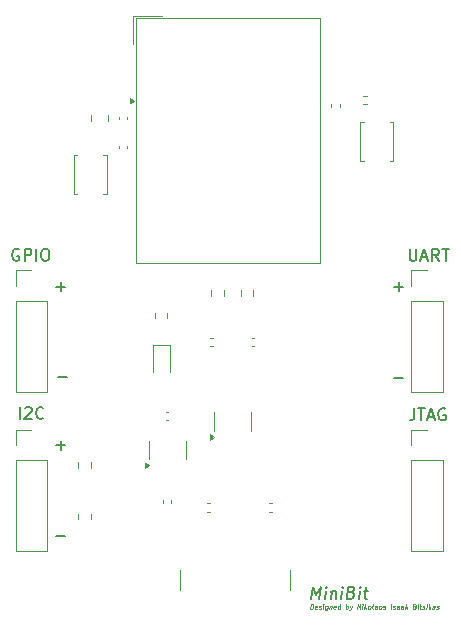
<source format=gbr>
%TF.GenerationSoftware,KiCad,Pcbnew,8.0.6*%
%TF.CreationDate,2024-11-08T16:37:23+02:00*%
%TF.ProjectId,MiniBit,4d696e69-4269-4742-9e6b-696361645f70,1.0*%
%TF.SameCoordinates,Original*%
%TF.FileFunction,Legend,Top*%
%TF.FilePolarity,Positive*%
%FSLAX46Y46*%
G04 Gerber Fmt 4.6, Leading zero omitted, Abs format (unit mm)*
G04 Created by KiCad (PCBNEW 8.0.6) date 2024-11-08 16:37:23*
%MOMM*%
%LPD*%
G01*
G04 APERTURE LIST*
%ADD10C,0.200000*%
%ADD11C,0.100000*%
%ADD12C,0.120000*%
G04 APERTURE END LIST*
D10*
X130269673Y-98767219D02*
X130269673Y-97767219D01*
X130698244Y-97862457D02*
X130745863Y-97814838D01*
X130745863Y-97814838D02*
X130841101Y-97767219D01*
X130841101Y-97767219D02*
X131079196Y-97767219D01*
X131079196Y-97767219D02*
X131174434Y-97814838D01*
X131174434Y-97814838D02*
X131222053Y-97862457D01*
X131222053Y-97862457D02*
X131269672Y-97957695D01*
X131269672Y-97957695D02*
X131269672Y-98052933D01*
X131269672Y-98052933D02*
X131222053Y-98195790D01*
X131222053Y-98195790D02*
X130650625Y-98767219D01*
X130650625Y-98767219D02*
X131269672Y-98767219D01*
X132269672Y-98671980D02*
X132222053Y-98719600D01*
X132222053Y-98719600D02*
X132079196Y-98767219D01*
X132079196Y-98767219D02*
X131983958Y-98767219D01*
X131983958Y-98767219D02*
X131841101Y-98719600D01*
X131841101Y-98719600D02*
X131745863Y-98624361D01*
X131745863Y-98624361D02*
X131698244Y-98529123D01*
X131698244Y-98529123D02*
X131650625Y-98338647D01*
X131650625Y-98338647D02*
X131650625Y-98195790D01*
X131650625Y-98195790D02*
X131698244Y-98005314D01*
X131698244Y-98005314D02*
X131745863Y-97910076D01*
X131745863Y-97910076D02*
X131841101Y-97814838D01*
X131841101Y-97814838D02*
X131983958Y-97767219D01*
X131983958Y-97767219D02*
X132079196Y-97767219D01*
X132079196Y-97767219D02*
X132222053Y-97814838D01*
X132222053Y-97814838D02*
X132269672Y-97862457D01*
X133369673Y-108686266D02*
X134131578Y-108686266D01*
X130193482Y-84414838D02*
X130098244Y-84367219D01*
X130098244Y-84367219D02*
X129955387Y-84367219D01*
X129955387Y-84367219D02*
X129812530Y-84414838D01*
X129812530Y-84414838D02*
X129717292Y-84510076D01*
X129717292Y-84510076D02*
X129669673Y-84605314D01*
X129669673Y-84605314D02*
X129622054Y-84795790D01*
X129622054Y-84795790D02*
X129622054Y-84938647D01*
X129622054Y-84938647D02*
X129669673Y-85129123D01*
X129669673Y-85129123D02*
X129717292Y-85224361D01*
X129717292Y-85224361D02*
X129812530Y-85319600D01*
X129812530Y-85319600D02*
X129955387Y-85367219D01*
X129955387Y-85367219D02*
X130050625Y-85367219D01*
X130050625Y-85367219D02*
X130193482Y-85319600D01*
X130193482Y-85319600D02*
X130241101Y-85271980D01*
X130241101Y-85271980D02*
X130241101Y-84938647D01*
X130241101Y-84938647D02*
X130050625Y-84938647D01*
X130669673Y-85367219D02*
X130669673Y-84367219D01*
X130669673Y-84367219D02*
X131050625Y-84367219D01*
X131050625Y-84367219D02*
X131145863Y-84414838D01*
X131145863Y-84414838D02*
X131193482Y-84462457D01*
X131193482Y-84462457D02*
X131241101Y-84557695D01*
X131241101Y-84557695D02*
X131241101Y-84700552D01*
X131241101Y-84700552D02*
X131193482Y-84795790D01*
X131193482Y-84795790D02*
X131145863Y-84843409D01*
X131145863Y-84843409D02*
X131050625Y-84891028D01*
X131050625Y-84891028D02*
X130669673Y-84891028D01*
X131669673Y-85367219D02*
X131669673Y-84367219D01*
X132336339Y-84367219D02*
X132526815Y-84367219D01*
X132526815Y-84367219D02*
X132622053Y-84414838D01*
X132622053Y-84414838D02*
X132717291Y-84510076D01*
X132717291Y-84510076D02*
X132764910Y-84700552D01*
X132764910Y-84700552D02*
X132764910Y-85033885D01*
X132764910Y-85033885D02*
X132717291Y-85224361D01*
X132717291Y-85224361D02*
X132622053Y-85319600D01*
X132622053Y-85319600D02*
X132526815Y-85367219D01*
X132526815Y-85367219D02*
X132336339Y-85367219D01*
X132336339Y-85367219D02*
X132241101Y-85319600D01*
X132241101Y-85319600D02*
X132145863Y-85224361D01*
X132145863Y-85224361D02*
X132098244Y-85033885D01*
X132098244Y-85033885D02*
X132098244Y-84700552D01*
X132098244Y-84700552D02*
X132145863Y-84510076D01*
X132145863Y-84510076D02*
X132241101Y-84414838D01*
X132241101Y-84414838D02*
X132336339Y-84367219D01*
X161969673Y-87586266D02*
X162731578Y-87586266D01*
X162350625Y-87967219D02*
X162350625Y-87205314D01*
X133369673Y-87586266D02*
X134131578Y-87586266D01*
X133750625Y-87967219D02*
X133750625Y-87205314D01*
X133369673Y-100986266D02*
X134131578Y-100986266D01*
X133750625Y-101367219D02*
X133750625Y-100605314D01*
X154963720Y-113967219D02*
X155088720Y-112967219D01*
X155088720Y-112967219D02*
X155332768Y-113681504D01*
X155332768Y-113681504D02*
X155755387Y-112967219D01*
X155755387Y-112967219D02*
X155630387Y-113967219D01*
X156106577Y-113967219D02*
X156189911Y-113300552D01*
X156231577Y-112967219D02*
X156178006Y-113014838D01*
X156178006Y-113014838D02*
X156219673Y-113062457D01*
X156219673Y-113062457D02*
X156273244Y-113014838D01*
X156273244Y-113014838D02*
X156231577Y-112967219D01*
X156231577Y-112967219D02*
X156219673Y-113062457D01*
X156666101Y-113300552D02*
X156582767Y-113967219D01*
X156654196Y-113395790D02*
X156707767Y-113348171D01*
X156707767Y-113348171D02*
X156808958Y-113300552D01*
X156808958Y-113300552D02*
X156951815Y-113300552D01*
X156951815Y-113300552D02*
X157041101Y-113348171D01*
X157041101Y-113348171D02*
X157076815Y-113443409D01*
X157076815Y-113443409D02*
X157011339Y-113967219D01*
X157487529Y-113967219D02*
X157570863Y-113300552D01*
X157612529Y-112967219D02*
X157558958Y-113014838D01*
X157558958Y-113014838D02*
X157600625Y-113062457D01*
X157600625Y-113062457D02*
X157654196Y-113014838D01*
X157654196Y-113014838D02*
X157612529Y-112967219D01*
X157612529Y-112967219D02*
X157600625Y-113062457D01*
X158362529Y-113443409D02*
X158499434Y-113491028D01*
X158499434Y-113491028D02*
X158541100Y-113538647D01*
X158541100Y-113538647D02*
X158576815Y-113633885D01*
X158576815Y-113633885D02*
X158558957Y-113776742D01*
X158558957Y-113776742D02*
X158499434Y-113871980D01*
X158499434Y-113871980D02*
X158445862Y-113919600D01*
X158445862Y-113919600D02*
X158344672Y-113967219D01*
X158344672Y-113967219D02*
X157963719Y-113967219D01*
X157963719Y-113967219D02*
X158088719Y-112967219D01*
X158088719Y-112967219D02*
X158422053Y-112967219D01*
X158422053Y-112967219D02*
X158511338Y-113014838D01*
X158511338Y-113014838D02*
X158553005Y-113062457D01*
X158553005Y-113062457D02*
X158588719Y-113157695D01*
X158588719Y-113157695D02*
X158576815Y-113252933D01*
X158576815Y-113252933D02*
X158517291Y-113348171D01*
X158517291Y-113348171D02*
X158463719Y-113395790D01*
X158463719Y-113395790D02*
X158362529Y-113443409D01*
X158362529Y-113443409D02*
X158029196Y-113443409D01*
X158963719Y-113967219D02*
X159047053Y-113300552D01*
X159088719Y-112967219D02*
X159035148Y-113014838D01*
X159035148Y-113014838D02*
X159076815Y-113062457D01*
X159076815Y-113062457D02*
X159130386Y-113014838D01*
X159130386Y-113014838D02*
X159088719Y-112967219D01*
X159088719Y-112967219D02*
X159076815Y-113062457D01*
X159380386Y-113300552D02*
X159761338Y-113300552D01*
X159564909Y-112967219D02*
X159457767Y-113824361D01*
X159457767Y-113824361D02*
X159493481Y-113919600D01*
X159493481Y-113919600D02*
X159582767Y-113967219D01*
X159582767Y-113967219D02*
X159678005Y-113967219D01*
X163655387Y-97867219D02*
X163655387Y-98581504D01*
X163655387Y-98581504D02*
X163607768Y-98724361D01*
X163607768Y-98724361D02*
X163512530Y-98819600D01*
X163512530Y-98819600D02*
X163369673Y-98867219D01*
X163369673Y-98867219D02*
X163274435Y-98867219D01*
X163988721Y-97867219D02*
X164560149Y-97867219D01*
X164274435Y-98867219D02*
X164274435Y-97867219D01*
X164845864Y-98581504D02*
X165322054Y-98581504D01*
X164750626Y-98867219D02*
X165083959Y-97867219D01*
X165083959Y-97867219D02*
X165417292Y-98867219D01*
X166274435Y-97914838D02*
X166179197Y-97867219D01*
X166179197Y-97867219D02*
X166036340Y-97867219D01*
X166036340Y-97867219D02*
X165893483Y-97914838D01*
X165893483Y-97914838D02*
X165798245Y-98010076D01*
X165798245Y-98010076D02*
X165750626Y-98105314D01*
X165750626Y-98105314D02*
X165703007Y-98295790D01*
X165703007Y-98295790D02*
X165703007Y-98438647D01*
X165703007Y-98438647D02*
X165750626Y-98629123D01*
X165750626Y-98629123D02*
X165798245Y-98724361D01*
X165798245Y-98724361D02*
X165893483Y-98819600D01*
X165893483Y-98819600D02*
X166036340Y-98867219D01*
X166036340Y-98867219D02*
X166131578Y-98867219D01*
X166131578Y-98867219D02*
X166274435Y-98819600D01*
X166274435Y-98819600D02*
X166322054Y-98771980D01*
X166322054Y-98771980D02*
X166322054Y-98438647D01*
X166322054Y-98438647D02*
X166131578Y-98438647D01*
X163269673Y-84367219D02*
X163269673Y-85176742D01*
X163269673Y-85176742D02*
X163317292Y-85271980D01*
X163317292Y-85271980D02*
X163364911Y-85319600D01*
X163364911Y-85319600D02*
X163460149Y-85367219D01*
X163460149Y-85367219D02*
X163650625Y-85367219D01*
X163650625Y-85367219D02*
X163745863Y-85319600D01*
X163745863Y-85319600D02*
X163793482Y-85271980D01*
X163793482Y-85271980D02*
X163841101Y-85176742D01*
X163841101Y-85176742D02*
X163841101Y-84367219D01*
X164269673Y-85081504D02*
X164745863Y-85081504D01*
X164174435Y-85367219D02*
X164507768Y-84367219D01*
X164507768Y-84367219D02*
X164841101Y-85367219D01*
X165745863Y-85367219D02*
X165412530Y-84891028D01*
X165174435Y-85367219D02*
X165174435Y-84367219D01*
X165174435Y-84367219D02*
X165555387Y-84367219D01*
X165555387Y-84367219D02*
X165650625Y-84414838D01*
X165650625Y-84414838D02*
X165698244Y-84462457D01*
X165698244Y-84462457D02*
X165745863Y-84557695D01*
X165745863Y-84557695D02*
X165745863Y-84700552D01*
X165745863Y-84700552D02*
X165698244Y-84795790D01*
X165698244Y-84795790D02*
X165650625Y-84843409D01*
X165650625Y-84843409D02*
X165555387Y-84891028D01*
X165555387Y-84891028D02*
X165174435Y-84891028D01*
X166031578Y-84367219D02*
X166603006Y-84367219D01*
X166317292Y-85367219D02*
X166317292Y-84367219D01*
D11*
X154858646Y-114845847D02*
X154908646Y-114445847D01*
X154908646Y-114445847D02*
X155003884Y-114445847D01*
X155003884Y-114445847D02*
X155058646Y-114464895D01*
X155058646Y-114464895D02*
X155091979Y-114502990D01*
X155091979Y-114502990D02*
X155106265Y-114541085D01*
X155106265Y-114541085D02*
X155115789Y-114617276D01*
X155115789Y-114617276D02*
X155108646Y-114674419D01*
X155108646Y-114674419D02*
X155080074Y-114750609D01*
X155080074Y-114750609D02*
X155056265Y-114788704D01*
X155056265Y-114788704D02*
X155013408Y-114826800D01*
X155013408Y-114826800D02*
X154953884Y-114845847D01*
X154953884Y-114845847D02*
X154858646Y-114845847D01*
X155413408Y-114826800D02*
X155372931Y-114845847D01*
X155372931Y-114845847D02*
X155296741Y-114845847D01*
X155296741Y-114845847D02*
X155261027Y-114826800D01*
X155261027Y-114826800D02*
X155246741Y-114788704D01*
X155246741Y-114788704D02*
X155265789Y-114636323D01*
X155265789Y-114636323D02*
X155289598Y-114598228D01*
X155289598Y-114598228D02*
X155330074Y-114579180D01*
X155330074Y-114579180D02*
X155406265Y-114579180D01*
X155406265Y-114579180D02*
X155441979Y-114598228D01*
X155441979Y-114598228D02*
X155456265Y-114636323D01*
X155456265Y-114636323D02*
X155451503Y-114674419D01*
X155451503Y-114674419D02*
X155256265Y-114712514D01*
X155584836Y-114826800D02*
X155620550Y-114845847D01*
X155620550Y-114845847D02*
X155696741Y-114845847D01*
X155696741Y-114845847D02*
X155737217Y-114826800D01*
X155737217Y-114826800D02*
X155761026Y-114788704D01*
X155761026Y-114788704D02*
X155763407Y-114769657D01*
X155763407Y-114769657D02*
X155749122Y-114731561D01*
X155749122Y-114731561D02*
X155713407Y-114712514D01*
X155713407Y-114712514D02*
X155656265Y-114712514D01*
X155656265Y-114712514D02*
X155620550Y-114693466D01*
X155620550Y-114693466D02*
X155606265Y-114655371D01*
X155606265Y-114655371D02*
X155608646Y-114636323D01*
X155608646Y-114636323D02*
X155632455Y-114598228D01*
X155632455Y-114598228D02*
X155672931Y-114579180D01*
X155672931Y-114579180D02*
X155730074Y-114579180D01*
X155730074Y-114579180D02*
X155765788Y-114598228D01*
X155925313Y-114845847D02*
X155958646Y-114579180D01*
X155975313Y-114445847D02*
X155953884Y-114464895D01*
X155953884Y-114464895D02*
X155970551Y-114483942D01*
X155970551Y-114483942D02*
X155991979Y-114464895D01*
X155991979Y-114464895D02*
X155975313Y-114445847D01*
X155975313Y-114445847D02*
X155970551Y-114483942D01*
X156320551Y-114579180D02*
X156280074Y-114902990D01*
X156280074Y-114902990D02*
X156256265Y-114941085D01*
X156256265Y-114941085D02*
X156234836Y-114960133D01*
X156234836Y-114960133D02*
X156194360Y-114979180D01*
X156194360Y-114979180D02*
X156137217Y-114979180D01*
X156137217Y-114979180D02*
X156101503Y-114960133D01*
X156289598Y-114826800D02*
X156249122Y-114845847D01*
X156249122Y-114845847D02*
X156172932Y-114845847D01*
X156172932Y-114845847D02*
X156137217Y-114826800D01*
X156137217Y-114826800D02*
X156120551Y-114807752D01*
X156120551Y-114807752D02*
X156106265Y-114769657D01*
X156106265Y-114769657D02*
X156120551Y-114655371D01*
X156120551Y-114655371D02*
X156144360Y-114617276D01*
X156144360Y-114617276D02*
X156165789Y-114598228D01*
X156165789Y-114598228D02*
X156206265Y-114579180D01*
X156206265Y-114579180D02*
X156282455Y-114579180D01*
X156282455Y-114579180D02*
X156318170Y-114598228D01*
X156511027Y-114579180D02*
X156477694Y-114845847D01*
X156506265Y-114617276D02*
X156527694Y-114598228D01*
X156527694Y-114598228D02*
X156568170Y-114579180D01*
X156568170Y-114579180D02*
X156625313Y-114579180D01*
X156625313Y-114579180D02*
X156661027Y-114598228D01*
X156661027Y-114598228D02*
X156675313Y-114636323D01*
X156675313Y-114636323D02*
X156649122Y-114845847D01*
X156994361Y-114826800D02*
X156953884Y-114845847D01*
X156953884Y-114845847D02*
X156877694Y-114845847D01*
X156877694Y-114845847D02*
X156841980Y-114826800D01*
X156841980Y-114826800D02*
X156827694Y-114788704D01*
X156827694Y-114788704D02*
X156846742Y-114636323D01*
X156846742Y-114636323D02*
X156870551Y-114598228D01*
X156870551Y-114598228D02*
X156911027Y-114579180D01*
X156911027Y-114579180D02*
X156987218Y-114579180D01*
X156987218Y-114579180D02*
X157022932Y-114598228D01*
X157022932Y-114598228D02*
X157037218Y-114636323D01*
X157037218Y-114636323D02*
X157032456Y-114674419D01*
X157032456Y-114674419D02*
X156837218Y-114712514D01*
X157353884Y-114845847D02*
X157403884Y-114445847D01*
X157356265Y-114826800D02*
X157315789Y-114845847D01*
X157315789Y-114845847D02*
X157239599Y-114845847D01*
X157239599Y-114845847D02*
X157203884Y-114826800D01*
X157203884Y-114826800D02*
X157187218Y-114807752D01*
X157187218Y-114807752D02*
X157172932Y-114769657D01*
X157172932Y-114769657D02*
X157187218Y-114655371D01*
X157187218Y-114655371D02*
X157211027Y-114617276D01*
X157211027Y-114617276D02*
X157232456Y-114598228D01*
X157232456Y-114598228D02*
X157272932Y-114579180D01*
X157272932Y-114579180D02*
X157349122Y-114579180D01*
X157349122Y-114579180D02*
X157384837Y-114598228D01*
X157849123Y-114845847D02*
X157899123Y-114445847D01*
X157880075Y-114598228D02*
X157920551Y-114579180D01*
X157920551Y-114579180D02*
X157996742Y-114579180D01*
X157996742Y-114579180D02*
X158032456Y-114598228D01*
X158032456Y-114598228D02*
X158049123Y-114617276D01*
X158049123Y-114617276D02*
X158063408Y-114655371D01*
X158063408Y-114655371D02*
X158049123Y-114769657D01*
X158049123Y-114769657D02*
X158025313Y-114807752D01*
X158025313Y-114807752D02*
X158003885Y-114826800D01*
X158003885Y-114826800D02*
X157963408Y-114845847D01*
X157963408Y-114845847D02*
X157887218Y-114845847D01*
X157887218Y-114845847D02*
X157851504Y-114826800D01*
X158206266Y-114579180D02*
X158268171Y-114845847D01*
X158396742Y-114579180D02*
X158268171Y-114845847D01*
X158268171Y-114845847D02*
X158218171Y-114941085D01*
X158218171Y-114941085D02*
X158196742Y-114960133D01*
X158196742Y-114960133D02*
X158156266Y-114979180D01*
X158820552Y-114845847D02*
X158870552Y-114445847D01*
X158870552Y-114445847D02*
X159049123Y-114845847D01*
X159049123Y-114845847D02*
X159099123Y-114445847D01*
X159239600Y-114845847D02*
X159272933Y-114579180D01*
X159289600Y-114445847D02*
X159268171Y-114464895D01*
X159268171Y-114464895D02*
X159284838Y-114483942D01*
X159284838Y-114483942D02*
X159306266Y-114464895D01*
X159306266Y-114464895D02*
X159289600Y-114445847D01*
X159289600Y-114445847D02*
X159284838Y-114483942D01*
X159430076Y-114845847D02*
X159480076Y-114445847D01*
X159487219Y-114693466D02*
X159582457Y-114845847D01*
X159615790Y-114579180D02*
X159444361Y-114731561D01*
X159811029Y-114845847D02*
X159775314Y-114826800D01*
X159775314Y-114826800D02*
X159758648Y-114807752D01*
X159758648Y-114807752D02*
X159744362Y-114769657D01*
X159744362Y-114769657D02*
X159758648Y-114655371D01*
X159758648Y-114655371D02*
X159782457Y-114617276D01*
X159782457Y-114617276D02*
X159803886Y-114598228D01*
X159803886Y-114598228D02*
X159844362Y-114579180D01*
X159844362Y-114579180D02*
X159901505Y-114579180D01*
X159901505Y-114579180D02*
X159937219Y-114598228D01*
X159937219Y-114598228D02*
X159953886Y-114617276D01*
X159953886Y-114617276D02*
X159968171Y-114655371D01*
X159968171Y-114655371D02*
X159953886Y-114769657D01*
X159953886Y-114769657D02*
X159930076Y-114807752D01*
X159930076Y-114807752D02*
X159908648Y-114826800D01*
X159908648Y-114826800D02*
X159868171Y-114845847D01*
X159868171Y-114845847D02*
X159811029Y-114845847D01*
X160172934Y-114845847D02*
X160137219Y-114826800D01*
X160137219Y-114826800D02*
X160122934Y-114788704D01*
X160122934Y-114788704D02*
X160165791Y-114445847D01*
X160496743Y-114845847D02*
X160522934Y-114636323D01*
X160522934Y-114636323D02*
X160508648Y-114598228D01*
X160508648Y-114598228D02*
X160472934Y-114579180D01*
X160472934Y-114579180D02*
X160396743Y-114579180D01*
X160396743Y-114579180D02*
X160356267Y-114598228D01*
X160499124Y-114826800D02*
X160458648Y-114845847D01*
X160458648Y-114845847D02*
X160363410Y-114845847D01*
X160363410Y-114845847D02*
X160327696Y-114826800D01*
X160327696Y-114826800D02*
X160313410Y-114788704D01*
X160313410Y-114788704D02*
X160318172Y-114750609D01*
X160318172Y-114750609D02*
X160341981Y-114712514D01*
X160341981Y-114712514D02*
X160382458Y-114693466D01*
X160382458Y-114693466D02*
X160477696Y-114693466D01*
X160477696Y-114693466D02*
X160518172Y-114674419D01*
X160744363Y-114845847D02*
X160708648Y-114826800D01*
X160708648Y-114826800D02*
X160691982Y-114807752D01*
X160691982Y-114807752D02*
X160677696Y-114769657D01*
X160677696Y-114769657D02*
X160691982Y-114655371D01*
X160691982Y-114655371D02*
X160715791Y-114617276D01*
X160715791Y-114617276D02*
X160737220Y-114598228D01*
X160737220Y-114598228D02*
X160777696Y-114579180D01*
X160777696Y-114579180D02*
X160834839Y-114579180D01*
X160834839Y-114579180D02*
X160870553Y-114598228D01*
X160870553Y-114598228D02*
X160887220Y-114617276D01*
X160887220Y-114617276D02*
X160901505Y-114655371D01*
X160901505Y-114655371D02*
X160887220Y-114769657D01*
X160887220Y-114769657D02*
X160863410Y-114807752D01*
X160863410Y-114807752D02*
X160841982Y-114826800D01*
X160841982Y-114826800D02*
X160801505Y-114845847D01*
X160801505Y-114845847D02*
X160744363Y-114845847D01*
X161032458Y-114826800D02*
X161068172Y-114845847D01*
X161068172Y-114845847D02*
X161144363Y-114845847D01*
X161144363Y-114845847D02*
X161184839Y-114826800D01*
X161184839Y-114826800D02*
X161208648Y-114788704D01*
X161208648Y-114788704D02*
X161211029Y-114769657D01*
X161211029Y-114769657D02*
X161196744Y-114731561D01*
X161196744Y-114731561D02*
X161161029Y-114712514D01*
X161161029Y-114712514D02*
X161103887Y-114712514D01*
X161103887Y-114712514D02*
X161068172Y-114693466D01*
X161068172Y-114693466D02*
X161053887Y-114655371D01*
X161053887Y-114655371D02*
X161056268Y-114636323D01*
X161056268Y-114636323D02*
X161080077Y-114598228D01*
X161080077Y-114598228D02*
X161120553Y-114579180D01*
X161120553Y-114579180D02*
X161177696Y-114579180D01*
X161177696Y-114579180D02*
X161213410Y-114598228D01*
X161677697Y-114845847D02*
X161727697Y-114445847D01*
X161851506Y-114826800D02*
X161887220Y-114845847D01*
X161887220Y-114845847D02*
X161963411Y-114845847D01*
X161963411Y-114845847D02*
X162003887Y-114826800D01*
X162003887Y-114826800D02*
X162027696Y-114788704D01*
X162027696Y-114788704D02*
X162030077Y-114769657D01*
X162030077Y-114769657D02*
X162015792Y-114731561D01*
X162015792Y-114731561D02*
X161980077Y-114712514D01*
X161980077Y-114712514D02*
X161922935Y-114712514D01*
X161922935Y-114712514D02*
X161887220Y-114693466D01*
X161887220Y-114693466D02*
X161872935Y-114655371D01*
X161872935Y-114655371D02*
X161875316Y-114636323D01*
X161875316Y-114636323D02*
X161899125Y-114598228D01*
X161899125Y-114598228D02*
X161939601Y-114579180D01*
X161939601Y-114579180D02*
X161996744Y-114579180D01*
X161996744Y-114579180D02*
X162032458Y-114598228D01*
X162363411Y-114845847D02*
X162389602Y-114636323D01*
X162389602Y-114636323D02*
X162375316Y-114598228D01*
X162375316Y-114598228D02*
X162339602Y-114579180D01*
X162339602Y-114579180D02*
X162263411Y-114579180D01*
X162263411Y-114579180D02*
X162222935Y-114598228D01*
X162365792Y-114826800D02*
X162325316Y-114845847D01*
X162325316Y-114845847D02*
X162230078Y-114845847D01*
X162230078Y-114845847D02*
X162194364Y-114826800D01*
X162194364Y-114826800D02*
X162180078Y-114788704D01*
X162180078Y-114788704D02*
X162184840Y-114750609D01*
X162184840Y-114750609D02*
X162208649Y-114712514D01*
X162208649Y-114712514D02*
X162249126Y-114693466D01*
X162249126Y-114693466D02*
X162344364Y-114693466D01*
X162344364Y-114693466D02*
X162384840Y-114674419D01*
X162725316Y-114845847D02*
X162751507Y-114636323D01*
X162751507Y-114636323D02*
X162737221Y-114598228D01*
X162737221Y-114598228D02*
X162701507Y-114579180D01*
X162701507Y-114579180D02*
X162625316Y-114579180D01*
X162625316Y-114579180D02*
X162584840Y-114598228D01*
X162727697Y-114826800D02*
X162687221Y-114845847D01*
X162687221Y-114845847D02*
X162591983Y-114845847D01*
X162591983Y-114845847D02*
X162556269Y-114826800D01*
X162556269Y-114826800D02*
X162541983Y-114788704D01*
X162541983Y-114788704D02*
X162546745Y-114750609D01*
X162546745Y-114750609D02*
X162570554Y-114712514D01*
X162570554Y-114712514D02*
X162611031Y-114693466D01*
X162611031Y-114693466D02*
X162706269Y-114693466D01*
X162706269Y-114693466D02*
X162746745Y-114674419D01*
X162915793Y-114845847D02*
X162965793Y-114445847D01*
X162972936Y-114693466D02*
X163068174Y-114845847D01*
X163101507Y-114579180D02*
X162930078Y-114731561D01*
X163703888Y-114636323D02*
X163758650Y-114655371D01*
X163758650Y-114655371D02*
X163775317Y-114674419D01*
X163775317Y-114674419D02*
X163789603Y-114712514D01*
X163789603Y-114712514D02*
X163782460Y-114769657D01*
X163782460Y-114769657D02*
X163758650Y-114807752D01*
X163758650Y-114807752D02*
X163737222Y-114826800D01*
X163737222Y-114826800D02*
X163696746Y-114845847D01*
X163696746Y-114845847D02*
X163544365Y-114845847D01*
X163544365Y-114845847D02*
X163594365Y-114445847D01*
X163594365Y-114445847D02*
X163727698Y-114445847D01*
X163727698Y-114445847D02*
X163763412Y-114464895D01*
X163763412Y-114464895D02*
X163780079Y-114483942D01*
X163780079Y-114483942D02*
X163794365Y-114522038D01*
X163794365Y-114522038D02*
X163789603Y-114560133D01*
X163789603Y-114560133D02*
X163765793Y-114598228D01*
X163765793Y-114598228D02*
X163744365Y-114617276D01*
X163744365Y-114617276D02*
X163703888Y-114636323D01*
X163703888Y-114636323D02*
X163570555Y-114636323D01*
X163944365Y-114845847D02*
X163977698Y-114579180D01*
X163994365Y-114445847D02*
X163972936Y-114464895D01*
X163972936Y-114464895D02*
X163989603Y-114483942D01*
X163989603Y-114483942D02*
X164011031Y-114464895D01*
X164011031Y-114464895D02*
X163994365Y-114445847D01*
X163994365Y-114445847D02*
X163989603Y-114483942D01*
X164111031Y-114579180D02*
X164263412Y-114579180D01*
X164184841Y-114445847D02*
X164141984Y-114788704D01*
X164141984Y-114788704D02*
X164156269Y-114826800D01*
X164156269Y-114826800D02*
X164191984Y-114845847D01*
X164191984Y-114845847D02*
X164230079Y-114845847D01*
X164346745Y-114826800D02*
X164382459Y-114845847D01*
X164382459Y-114845847D02*
X164458650Y-114845847D01*
X164458650Y-114845847D02*
X164499126Y-114826800D01*
X164499126Y-114826800D02*
X164522935Y-114788704D01*
X164522935Y-114788704D02*
X164525316Y-114769657D01*
X164525316Y-114769657D02*
X164511031Y-114731561D01*
X164511031Y-114731561D02*
X164475316Y-114712514D01*
X164475316Y-114712514D02*
X164418174Y-114712514D01*
X164418174Y-114712514D02*
X164382459Y-114693466D01*
X164382459Y-114693466D02*
X164368174Y-114655371D01*
X164368174Y-114655371D02*
X164370555Y-114636323D01*
X164370555Y-114636323D02*
X164394364Y-114598228D01*
X164394364Y-114598228D02*
X164434840Y-114579180D01*
X164434840Y-114579180D02*
X164491983Y-114579180D01*
X164491983Y-114579180D02*
X164527697Y-114598228D01*
X164687222Y-114845847D02*
X164720555Y-114579180D01*
X164737222Y-114445847D02*
X164715793Y-114464895D01*
X164715793Y-114464895D02*
X164732460Y-114483942D01*
X164732460Y-114483942D02*
X164753888Y-114464895D01*
X164753888Y-114464895D02*
X164737222Y-114445847D01*
X164737222Y-114445847D02*
X164732460Y-114483942D01*
X164877698Y-114845847D02*
X164927698Y-114445847D01*
X164934841Y-114693466D02*
X165030079Y-114845847D01*
X165063412Y-114579180D02*
X164891983Y-114731561D01*
X165372936Y-114845847D02*
X165399127Y-114636323D01*
X165399127Y-114636323D02*
X165384841Y-114598228D01*
X165384841Y-114598228D02*
X165349127Y-114579180D01*
X165349127Y-114579180D02*
X165272936Y-114579180D01*
X165272936Y-114579180D02*
X165232460Y-114598228D01*
X165375317Y-114826800D02*
X165334841Y-114845847D01*
X165334841Y-114845847D02*
X165239603Y-114845847D01*
X165239603Y-114845847D02*
X165203889Y-114826800D01*
X165203889Y-114826800D02*
X165189603Y-114788704D01*
X165189603Y-114788704D02*
X165194365Y-114750609D01*
X165194365Y-114750609D02*
X165218174Y-114712514D01*
X165218174Y-114712514D02*
X165258651Y-114693466D01*
X165258651Y-114693466D02*
X165353889Y-114693466D01*
X165353889Y-114693466D02*
X165394365Y-114674419D01*
X165546746Y-114826800D02*
X165582460Y-114845847D01*
X165582460Y-114845847D02*
X165658651Y-114845847D01*
X165658651Y-114845847D02*
X165699127Y-114826800D01*
X165699127Y-114826800D02*
X165722936Y-114788704D01*
X165722936Y-114788704D02*
X165725317Y-114769657D01*
X165725317Y-114769657D02*
X165711032Y-114731561D01*
X165711032Y-114731561D02*
X165675317Y-114712514D01*
X165675317Y-114712514D02*
X165618175Y-114712514D01*
X165618175Y-114712514D02*
X165582460Y-114693466D01*
X165582460Y-114693466D02*
X165568175Y-114655371D01*
X165568175Y-114655371D02*
X165570556Y-114636323D01*
X165570556Y-114636323D02*
X165594365Y-114598228D01*
X165594365Y-114598228D02*
X165634841Y-114579180D01*
X165634841Y-114579180D02*
X165691984Y-114579180D01*
X165691984Y-114579180D02*
X165727698Y-114598228D01*
D10*
X161969673Y-95286266D02*
X162731578Y-95286266D01*
X133469673Y-95186266D02*
X134231578Y-95186266D01*
D12*
%TO.C,SW2*%
X134850000Y-76406250D02*
X135150000Y-76406250D01*
X134850000Y-79706250D02*
X134850000Y-76406250D01*
X135150000Y-79706250D02*
X134850000Y-79706250D01*
X137350000Y-79706250D02*
X137650000Y-79706250D01*
X137650000Y-76406250D02*
X137350000Y-76406250D01*
X137650000Y-79706250D02*
X137650000Y-76406250D01*
%TO.C,C8*%
X149892164Y-91896250D02*
X150107836Y-91896250D01*
X149892164Y-92616250D02*
X150107836Y-92616250D01*
%TO.C,U2*%
X146690000Y-99006250D02*
X146690000Y-98206250D01*
X146690000Y-99006250D02*
X146690000Y-99806250D01*
X149810000Y-99006250D02*
X149810000Y-98206250D01*
X149810000Y-99006250D02*
X149810000Y-99806250D01*
X146740000Y-100306250D02*
X146410000Y-100546250D01*
X146410000Y-100066250D01*
X146740000Y-100306250D01*
G36*
X146740000Y-100306250D02*
G01*
X146410000Y-100546250D01*
X146410000Y-100066250D01*
X146740000Y-100306250D01*
G37*
%TO.C,SW1*%
X159100000Y-73606250D02*
X159400000Y-73606250D01*
X159100000Y-76906250D02*
X159100000Y-73606250D01*
X159400000Y-76906250D02*
X159100000Y-76906250D01*
X161600000Y-76906250D02*
X161900000Y-76906250D01*
X161900000Y-73606250D02*
X161600000Y-73606250D01*
X161900000Y-76906250D02*
X161900000Y-73606250D01*
%TO.C,J1*%
X129920000Y-99676250D02*
X131250000Y-99676250D01*
X129920000Y-101006250D02*
X129920000Y-99676250D01*
X129920000Y-102276250D02*
X129920000Y-109956250D01*
X129920000Y-102276250D02*
X132580000Y-102276250D01*
X129920000Y-109956250D02*
X132580000Y-109956250D01*
X132580000Y-102276250D02*
X132580000Y-109956250D01*
%TO.C,C6*%
X142642164Y-98146250D02*
X142857836Y-98146250D01*
X142642164Y-98866250D02*
X142857836Y-98866250D01*
%TO.C,R3*%
X146096359Y-105876250D02*
X146403641Y-105876250D01*
X146096359Y-106636250D02*
X146403641Y-106636250D01*
%TO.C,C4*%
X138640000Y-75628414D02*
X138640000Y-75844086D01*
X139360000Y-75628414D02*
X139360000Y-75844086D01*
%TO.C,J3*%
X163420000Y-99676250D02*
X164750000Y-99676250D01*
X163420000Y-101006250D02*
X163420000Y-99676250D01*
X163420000Y-102276250D02*
X163420000Y-109956250D01*
X163420000Y-102276250D02*
X166080000Y-102276250D01*
X163420000Y-109956250D02*
X166080000Y-109956250D01*
X166080000Y-102276250D02*
X166080000Y-109956250D01*
%TO.C,C3*%
X156640000Y-72128414D02*
X156640000Y-72344086D01*
X157360000Y-72128414D02*
X157360000Y-72344086D01*
%TO.C,C2*%
X136265000Y-73517502D02*
X136265000Y-72994998D01*
X137735000Y-73517502D02*
X137735000Y-72994998D01*
%TO.C,J4*%
X129920000Y-86176250D02*
X131250000Y-86176250D01*
X129920000Y-87506250D02*
X129920000Y-86176250D01*
X129920000Y-88776250D02*
X129920000Y-96456250D01*
X129920000Y-88776250D02*
X132580000Y-88776250D01*
X129920000Y-96456250D02*
X132580000Y-96456250D01*
X132580000Y-88776250D02*
X132580000Y-96456250D01*
%TO.C,C5*%
X142390000Y-105864086D02*
X142390000Y-105648414D01*
X143110000Y-105864086D02*
X143110000Y-105648414D01*
%TO.C,C1*%
X138640000Y-73384086D02*
X138640000Y-73168414D01*
X139360000Y-73384086D02*
X139360000Y-73168414D01*
%TO.C,R1*%
X159643641Y-71376250D02*
X159336359Y-71376250D01*
X159643641Y-72136250D02*
X159336359Y-72136250D01*
%TO.C,R8*%
X135227500Y-107243508D02*
X135227500Y-106768992D01*
X136272500Y-107243508D02*
X136272500Y-106768992D01*
%TO.C,R5*%
X146477500Y-87843992D02*
X146477500Y-88318508D01*
X147522500Y-87843992D02*
X147522500Y-88318508D01*
%TO.C,U3*%
X141190000Y-101393750D02*
X141190000Y-100593750D01*
X141190000Y-101393750D02*
X141190000Y-102193750D01*
X144310000Y-101393750D02*
X144310000Y-100593750D01*
X144310000Y-101393750D02*
X144310000Y-102193750D01*
X141240000Y-102693750D02*
X140910000Y-102933750D01*
X140910000Y-102453750D01*
X141240000Y-102693750D01*
G36*
X141240000Y-102693750D02*
G01*
X140910000Y-102933750D01*
X140910000Y-102453750D01*
X141240000Y-102693750D01*
G37*
%TO.C,C7*%
X146627836Y-91896250D02*
X146412164Y-91896250D01*
X146627836Y-92616250D02*
X146412164Y-92616250D01*
%TO.C,R7*%
X135227500Y-102443992D02*
X135227500Y-102918508D01*
X136272500Y-102443992D02*
X136272500Y-102918508D01*
%TO.C,U1*%
X139825000Y-64606250D02*
X139825000Y-67056250D01*
X139825000Y-64606250D02*
X142275000Y-64606250D01*
X140100000Y-64856250D02*
X155700000Y-64856250D01*
X140100000Y-85556250D02*
X140100000Y-64856250D01*
X155700000Y-64856250D02*
X155700000Y-85556250D01*
X155700000Y-85556250D02*
X140100000Y-85556250D01*
X139925000Y-71806250D02*
X139589000Y-72046250D01*
X139589000Y-71566250D01*
X139925000Y-71806250D01*
G36*
X139925000Y-71806250D02*
G01*
X139589000Y-72046250D01*
X139589000Y-71566250D01*
X139925000Y-71806250D01*
G37*
%TO.C,R4*%
X151653641Y-105876250D02*
X151346359Y-105876250D01*
X151653641Y-106636250D02*
X151346359Y-106636250D01*
%TO.C,D1*%
X141515000Y-92483750D02*
X141515000Y-94768750D01*
X142985000Y-92483750D02*
X141515000Y-92483750D01*
X142985000Y-94768750D02*
X142985000Y-92483750D01*
%TO.C,R2*%
X141727500Y-90243508D02*
X141727500Y-89768992D01*
X142772500Y-90243508D02*
X142772500Y-89768992D01*
%TO.C,J2*%
X163420000Y-86176250D02*
X164750000Y-86176250D01*
X163420000Y-87506250D02*
X163420000Y-86176250D01*
X163420000Y-88776250D02*
X163420000Y-96456250D01*
X163420000Y-88776250D02*
X166080000Y-88776250D01*
X163420000Y-96456250D02*
X166080000Y-96456250D01*
X166080000Y-88776250D02*
X166080000Y-96456250D01*
%TO.C,J5*%
X143830000Y-113256250D02*
X143830000Y-111556250D01*
X153170000Y-113256250D02*
X153170000Y-111556250D01*
%TO.C,R6*%
X148977500Y-87843992D02*
X148977500Y-88318508D01*
X150022500Y-87843992D02*
X150022500Y-88318508D01*
%TD*%
M02*

</source>
